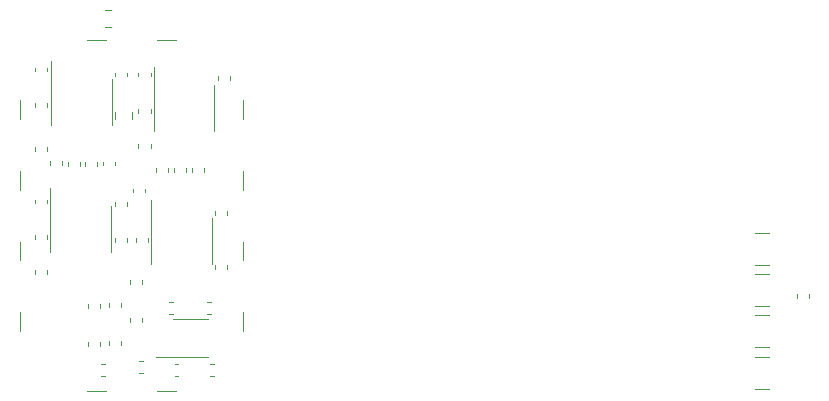
<source format=gbr>
%TF.GenerationSoftware,KiCad,Pcbnew,(5.1.6)-1*%
%TF.CreationDate,2020-08-21T15:32:42+02:00*%
%TF.ProjectId,mu_lna,6d755f6c-6e61-42e6-9b69-6361645f7063,rev?*%
%TF.SameCoordinates,Original*%
%TF.FileFunction,Legend,Bot*%
%TF.FilePolarity,Positive*%
%FSLAX46Y46*%
G04 Gerber Fmt 4.6, Leading zero omitted, Abs format (unit mm)*
G04 Created by KiCad (PCBNEW (5.1.6)-1) date 2020-08-21 15:32:42*
%MOMM*%
%LPD*%
G01*
G04 APERTURE LIST*
%ADD10C,0.120000*%
G04 APERTURE END LIST*
D10*
%TO.C,C25*%
X124656158Y-100282950D02*
X124330600Y-100282950D01*
X124656158Y-99262950D02*
X124330600Y-99262950D01*
%TO.C,C24*%
X128156158Y-105532950D02*
X127830600Y-105532950D01*
X128156158Y-104512950D02*
X127830600Y-104512950D01*
%TO.C,C23*%
X121483379Y-94148229D02*
X121483379Y-93822671D01*
X122503379Y-94148229D02*
X122503379Y-93822671D01*
%TO.C,U2*%
X126130879Y-103907950D02*
X123205879Y-103907950D01*
X126130879Y-103907950D02*
X127630879Y-103907950D01*
X126130879Y-100687950D02*
X124630879Y-100687950D01*
X126130879Y-100687950D02*
X127630879Y-100687950D01*
%TO.C,C20*%
X173904557Y-93367050D02*
X175108685Y-93367050D01*
X173904557Y-96087050D02*
X175108685Y-96087050D01*
%TO.C,R18*%
X178510000Y-98587221D02*
X178510000Y-98912779D01*
X177490000Y-98587221D02*
X177490000Y-98912779D01*
%TO.C,R5*%
X125118658Y-105532950D02*
X124793100Y-105532950D01*
X125118658Y-104512950D02*
X124793100Y-104512950D01*
%TO.C,C22*%
X173904557Y-96867050D02*
X175108685Y-96867050D01*
X173904557Y-99587050D02*
X175108685Y-99587050D01*
%TO.C,C21*%
X173904557Y-100367050D02*
X175108685Y-100367050D01*
X173904557Y-103087050D02*
X175108685Y-103087050D01*
%TO.C,C18*%
X173904557Y-103867050D02*
X175108685Y-103867050D01*
X173904557Y-106587050D02*
X175108685Y-106587050D01*
%TO.C,C11*%
X127868658Y-100282950D02*
X127543100Y-100282950D01*
X127868658Y-99262950D02*
X127543100Y-99262950D01*
%TO.C,C8*%
X119733379Y-91148229D02*
X119733379Y-90822671D01*
X120753379Y-91148229D02*
X120753379Y-90822671D01*
%TO.C,C7*%
X128483379Y-80473229D02*
X128483379Y-80147671D01*
X129503379Y-80473229D02*
X129503379Y-80147671D01*
%TO.C,C6*%
X128233379Y-91898229D02*
X128233379Y-91572671D01*
X129253379Y-91898229D02*
X129253379Y-91572671D01*
%TO.C,C5*%
X119733379Y-80148229D02*
X119733379Y-79822671D01*
X120753379Y-80148229D02*
X120753379Y-79822671D01*
%TO.C,C4*%
X116753379Y-87397671D02*
X116753379Y-87723229D01*
X115733379Y-87397671D02*
X115733379Y-87723229D01*
%TO.C,C3*%
X114003379Y-96572671D02*
X114003379Y-96898229D01*
X112983379Y-96572671D02*
X112983379Y-96898229D01*
%TO.C,C2*%
X129253379Y-96147671D02*
X129253379Y-96473229D01*
X128233379Y-96147671D02*
X128233379Y-96473229D01*
%TO.C,C1*%
X125753379Y-87897671D02*
X125753379Y-88223229D01*
X124733379Y-87897671D02*
X124733379Y-88223229D01*
%TO.C,R12*%
X121793100Y-105282950D02*
X122118658Y-105282950D01*
X121793100Y-104262950D02*
X122118658Y-104262950D01*
%TO.C,R10*%
X122003379Y-100935729D02*
X122003379Y-100610171D01*
X120983379Y-100935729D02*
X120983379Y-100610171D01*
%TO.C,R9*%
X122003379Y-97685729D02*
X122003379Y-97360171D01*
X120983379Y-97685729D02*
X120983379Y-97360171D01*
%TO.C,R4*%
X118503379Y-99723229D02*
X118503379Y-99397671D01*
X117483379Y-99723229D02*
X117483379Y-99397671D01*
%TO.C,C19*%
X114003379Y-93898229D02*
X114003379Y-93572671D01*
X112983379Y-93898229D02*
X112983379Y-93572671D01*
%TO.C,C15*%
X118580600Y-105532950D02*
X118906158Y-105532950D01*
X118580600Y-104512950D02*
X118906158Y-104512950D01*
%TO.C,C13*%
X120253379Y-99685729D02*
X120253379Y-99360171D01*
X119233379Y-99685729D02*
X119233379Y-99360171D01*
%TO.C,C14*%
X121733379Y-85860171D02*
X121733379Y-86185729D01*
X122753379Y-85860171D02*
X122753379Y-86185729D01*
%TO.C,C10*%
X119233379Y-102572671D02*
X119233379Y-102898229D01*
X120253379Y-102572671D02*
X120253379Y-102898229D01*
%TO.C,C9*%
X114003379Y-82723229D02*
X114003379Y-82397671D01*
X112983379Y-82723229D02*
X112983379Y-82397671D01*
%TO.C,R11*%
X118503379Y-102935729D02*
X118503379Y-102610171D01*
X117483379Y-102935729D02*
X117483379Y-102610171D01*
%TO.C,R22*%
X123233379Y-87897671D02*
X123233379Y-88223229D01*
X124253379Y-87897671D02*
X124253379Y-88223229D01*
%TO.C,R21*%
X120753379Y-94148229D02*
X120753379Y-93822671D01*
X119733379Y-94148229D02*
X119733379Y-93822671D01*
%TO.C,R20*%
X121233379Y-89647671D02*
X121233379Y-89973229D01*
X122253379Y-89647671D02*
X122253379Y-89973229D01*
%TO.C,R14*%
X122753379Y-80148229D02*
X122753379Y-79822671D01*
X121733379Y-80148229D02*
X121733379Y-79822671D01*
%TO.C,R8*%
X122753379Y-83223229D02*
X122753379Y-82897671D01*
X121733379Y-83223229D02*
X121733379Y-82897671D01*
%TO.C,R6*%
X127253379Y-88223229D02*
X127253379Y-87897671D01*
X126233379Y-88223229D02*
X126233379Y-87897671D01*
%TO.C,R3*%
X114003379Y-79723229D02*
X114003379Y-79397671D01*
X112983379Y-79723229D02*
X112983379Y-79397671D01*
%TO.C,R2*%
X114003379Y-86473229D02*
X114003379Y-86147671D01*
X112983379Y-86473229D02*
X112983379Y-86147671D01*
%TO.C,R1*%
X118253379Y-87723229D02*
X118253379Y-87397671D01*
X117233379Y-87723229D02*
X117233379Y-87397671D01*
%TO.C,R19*%
X114233379Y-87322671D02*
X114233379Y-87648229D01*
X115253379Y-87322671D02*
X115253379Y-87648229D01*
%TO.C,R17*%
X114003379Y-90898229D02*
X114003379Y-90572671D01*
X112983379Y-90898229D02*
X112983379Y-90572671D01*
%TO.C,R16*%
X118733379Y-87360171D02*
X118733379Y-87685729D01*
X119753379Y-87360171D02*
X119753379Y-87685729D01*
%TO.C,U5*%
X127918379Y-94047950D02*
X127918379Y-95997950D01*
X127918379Y-94047950D02*
X127918379Y-92097950D01*
X122798379Y-94047950D02*
X122798379Y-95997950D01*
X122798379Y-94047950D02*
X122798379Y-90597950D01*
%TO.C,U3*%
X128148379Y-82797950D02*
X128148379Y-84747950D01*
X128148379Y-82797950D02*
X128148379Y-80847950D01*
X123028379Y-82797950D02*
X123028379Y-84747950D01*
X123028379Y-82797950D02*
X123028379Y-79347950D01*
%TO.C,U1*%
X119458379Y-82297950D02*
X119458379Y-84247950D01*
X119458379Y-82297950D02*
X119458379Y-80347950D01*
X114338379Y-82297950D02*
X114338379Y-84247950D01*
X114338379Y-82297950D02*
X114338379Y-78847950D01*
%TO.C,J5*%
X123343379Y-106762950D02*
X124943379Y-106762950D01*
X123343379Y-77102950D02*
X124943379Y-77102950D01*
X117343379Y-106762950D02*
X118943379Y-106762950D01*
X117343379Y-77102950D02*
X118943379Y-77102950D01*
X130543379Y-100132950D02*
X130543379Y-101732950D01*
X111743379Y-100132950D02*
X111743379Y-101732950D01*
X130543379Y-94132950D02*
X130543379Y-95732950D01*
X111743379Y-94132950D02*
X111743379Y-95732950D01*
X130543379Y-88132950D02*
X130543379Y-89732950D01*
X111743379Y-88132950D02*
X111743379Y-89732950D01*
X130543379Y-82132950D02*
X130543379Y-83732950D01*
X111743379Y-82132950D02*
X111743379Y-83732950D01*
%TO.C,R7*%
X121203379Y-83719028D02*
X121203379Y-83201872D01*
X119783379Y-83719028D02*
X119783379Y-83201872D01*
%TO.C,R15*%
X118928922Y-75960000D02*
X119446078Y-75960000D01*
X118928922Y-74540000D02*
X119446078Y-74540000D01*
%TO.C,U4*%
X114278379Y-93047950D02*
X114278379Y-89597950D01*
X114278379Y-93047950D02*
X114278379Y-94997950D01*
X119398379Y-93047950D02*
X119398379Y-91097950D01*
X119398379Y-93047950D02*
X119398379Y-94997950D01*
%TD*%
M02*

</source>
